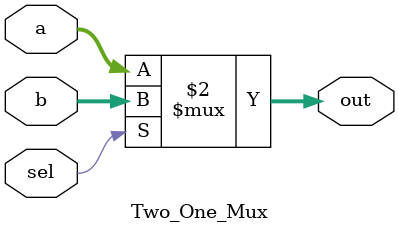
<source format=sv>
`timescale 1ns / 1ps


module Two_One_Mux(
    input sel,
    input [31:0] a,
    input [31:0] b,
    output reg [31:0] out
    );
    
    always_comb
        out <= sel ? b : a;
endmodule

</source>
